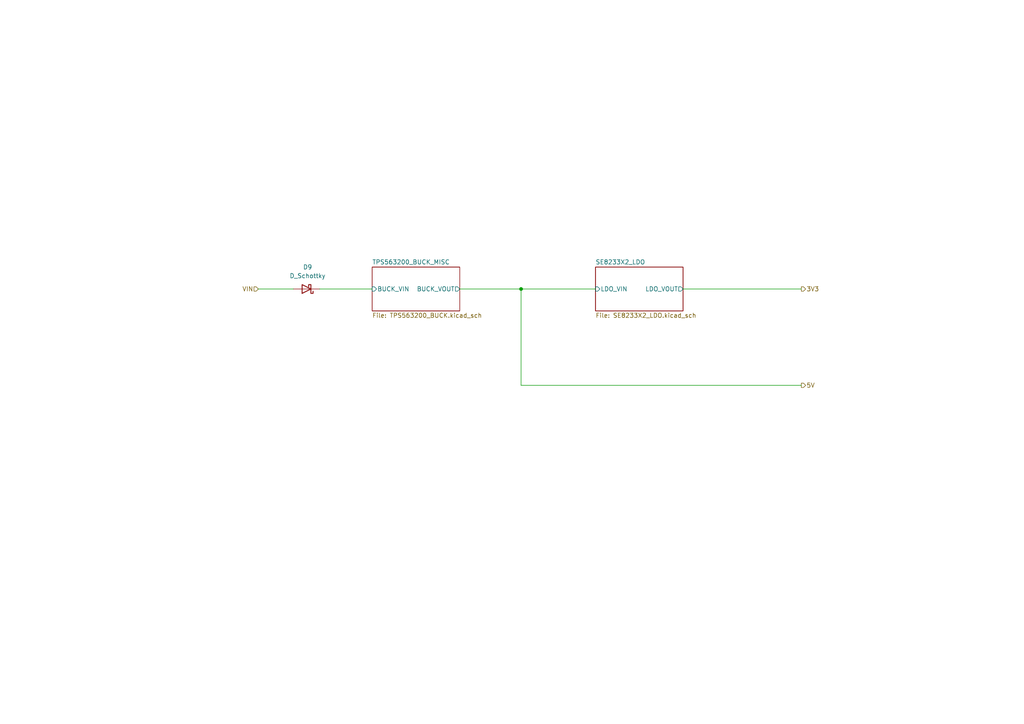
<source format=kicad_sch>
(kicad_sch (version 20211123) (generator eeschema)
  (paper "A4")
  (title_block (title "PSU - 5V and 3.3V") (date "2021-06-05") (rev "B") (company "Created by C Sutton"))
  (lib_symbols
    (symbol "Device:D_Schottky" (pin_numbers hide) (pin_names (offset 1.016) hide)
      (property "Reference" "D" (at 0 2.54 0))
      (property "Value" "D_Schottky" (at 0 -2.54 0))
      (symbol "D_Schottky_0_1"
        (polyline (pts (xy 1.27 0) (xy -1.27 0)))
        (polyline (pts (xy 1.27 1.27) (xy 1.27 -1.27) (xy -1.27 0) (xy 1.27 1.27)) (stroke (width 0.254)))
        (polyline (pts (xy -1.905 0.635) (xy -1.905 1.27) (xy -1.27 1.27) (xy -1.27 -1.27) (xy -0.635 -1.27) (xy -0.635 -0.635)) (stroke (width 0.254)))
      )
      (symbol "D_Schottky_1_1"
        (pin passive line (at -3.81 0 0) (length 2.54) (name "K") (number "1"))
        (pin passive line (at 3.81 0 180) (length 2.54) (name "A") (number "2"))
      )
    )
  )
  (junction (at 151.13 83.82))
  (wire (pts (xy 74.93 83.82) (xy 85.09 83.82)))
  (wire (pts (xy 198.12 83.82) (xy 232.41 83.82)))
  (wire (pts (xy 151.13 111.76) (xy 232.41 111.76)))
  (wire (pts (xy 92.71 83.82) (xy 107.95 83.82)))
  (wire (pts (xy 151.13 83.82) (xy 172.72 83.82)))
  (wire (pts (xy 151.13 83.82) (xy 151.13 111.76)))
  (wire (pts (xy 133.35 83.82) (xy 151.13 83.82)))
  (hierarchical_label "VIN" (shape input) (at 74.93 83.82 180))
  (hierarchical_label "3V3" (shape output) (at 232.41 83.82 0))
  (hierarchical_label "5V" (shape output) (at 232.41 111.76 0))
  (symbol (lib_id "Device:D_Schottky") (at 88.9 83.82 180) (unit 1)
    (property "Reference" "D9" (at 89.2175 77.47 0))
    (property "Value" "D_Schottky" (at 89.2175 80.01 0))
    (property "Footprint" "Diode_SMD:D_SOD-123F" (effects hide))
  )
  (sheet (at 172.72 77.47) (size 25.4 12.7)
    (property "Sheet name" "SE8233X2_LDO" (at 172.72 76.7584 0) (effects (justify left bottom)))
    (property "Sheet file" "SE8233X2_LDO.kicad_sch" (at 172.72 90.7546 0) (effects (justify left top)))
    (pin "LDO_VIN" input (at 172.72 83.82 180))
    (pin "LDO_VOUT" output (at 198.12 83.82 0))
  )
  (sheet (at 107.95 77.47) (size 25.4 12.7)
    (property "Sheet name" "TPS563200_BUCK_MISC" (at 107.95 76.7584 0) (effects (justify left bottom)))
    (property "Sheet file" "TPS563200_BUCK.kicad_sch" (at 107.95 90.7546 0) (effects (justify left top)))
    (pin "BUCK_VIN" input (at 107.95 83.82 180))
    (pin "BUCK_VOUT" output (at 133.35 83.82 0))
  )
)
</source>
